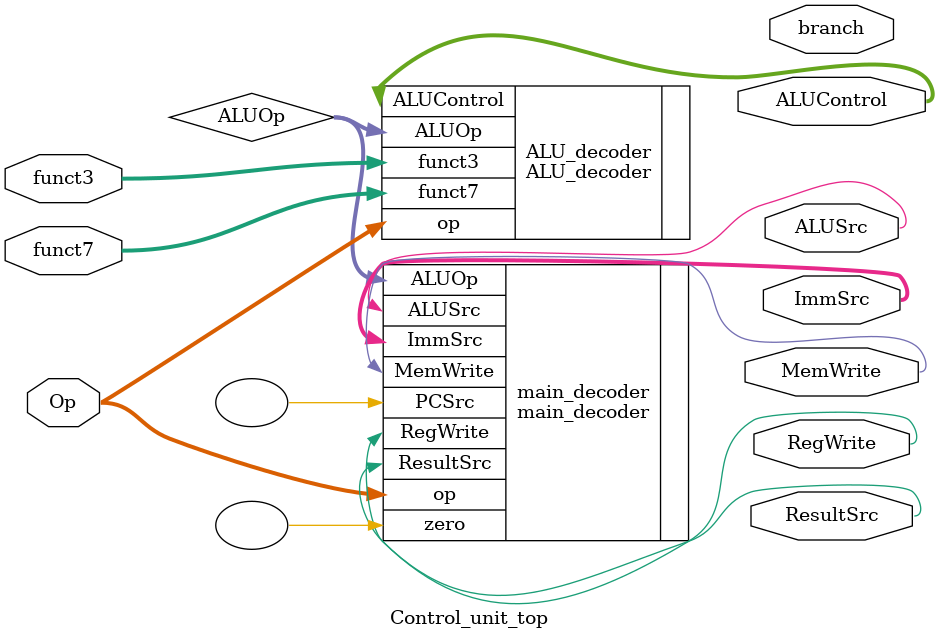
<source format=v>
`include "ALU_decoder.v"
`include "main_decoder.v"

module Control_unit_top(Op,RegWrite,ImmSrc,ALUSrc,MemWrite,ResultSrc,branch,funct3,funct7,ALUControl);

input [6:0]Op,funct7;
input [2:0]funct3;

output RegWrite,ALUSrc,MemWrite,ResultSrc,branch;
output [1:0]ImmSrc;
output [2:0]ALUControl;

wire[1:0]ALUOp;

main_decoder main_decoder(.op(Op),
                          .zero(),
                          .RegWrite(RegWrite), 
                          .MemWrite(MemWrite), 
                          .ResultSrc(ResultSrc), 
                          .ALUSrc(ALUSrc), 
                          .ImmSrc(ImmSrc), 
                          .ALUOp(ALUOp), 
                          .PCSrc());
                        
ALU_decoder ALU_decoder(.ALUOp(ALUOp),
                        .op(Op),
                        .funct3(funct3), 
                        .funct7(funct7), 
                        .ALUControl(ALUControl));

endmodule
</source>
